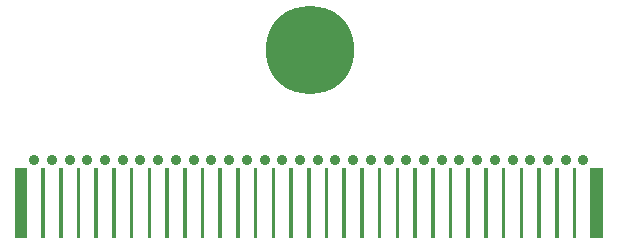
<source format=gbs>
%TF.GenerationSoftware,KiCad,Pcbnew,(5.99.0-1734-gfc9c75f9e)*%
%TF.CreationDate,2020-06-08T22:25:13+02:00*%
%TF.ProjectId,poldet32k-v2-autorouted,706f6c64-6574-4333-926b-2d76322d6175,rev?*%
%TF.SameCoordinates,Original*%
%TF.FileFunction,Soldermask,Bot*%
%TF.FilePolarity,Negative*%
%FSLAX46Y46*%
G04 Gerber Fmt 4.6, Leading zero omitted, Abs format (unit mm)*
G04 Created by KiCad (PCBNEW (5.99.0-1734-gfc9c75f9e)) date 2020-06-08 22:25:13*
%MOMM*%
%LPD*%
G01*
G04 APERTURE LIST*
%ADD10C,7.500000*%
%ADD11C,0.900000*%
G04 APERTURE END LIST*
%TO.C,J1*%
G36*
X170832000Y-97055000D02*
G01*
X170532000Y-97055000D01*
X170532000Y-91105000D01*
X170832000Y-91105000D01*
X170832000Y-97055000D01*
G37*
G36*
X169332000Y-97055000D02*
G01*
X169032000Y-97055000D01*
X169032000Y-91105000D01*
X169332000Y-91105000D01*
X169332000Y-97055000D01*
G37*
G36*
X167832000Y-97055000D02*
G01*
X167532000Y-97055000D01*
X167532000Y-91105000D01*
X167832000Y-91105000D01*
X167832000Y-97055000D01*
G37*
G36*
X166332000Y-97055000D02*
G01*
X166032000Y-97055000D01*
X166032000Y-91105000D01*
X166332000Y-91105000D01*
X166332000Y-97055000D01*
G37*
G36*
X164832000Y-97055000D02*
G01*
X164532000Y-97055000D01*
X164532000Y-91105000D01*
X164832000Y-91105000D01*
X164832000Y-97055000D01*
G37*
G36*
X163332000Y-97055000D02*
G01*
X163032000Y-97055000D01*
X163032000Y-91105000D01*
X163332000Y-91105000D01*
X163332000Y-97055000D01*
G37*
G36*
X161832000Y-97055000D02*
G01*
X161532000Y-97055000D01*
X161532000Y-91105000D01*
X161832000Y-91105000D01*
X161832000Y-97055000D01*
G37*
G36*
X160332000Y-97055000D02*
G01*
X160032000Y-97055000D01*
X160032000Y-91105000D01*
X160332000Y-91105000D01*
X160332000Y-97055000D01*
G37*
G36*
X158832000Y-97055000D02*
G01*
X158532000Y-97055000D01*
X158532000Y-91105000D01*
X158832000Y-91105000D01*
X158832000Y-97055000D01*
G37*
G36*
X157332000Y-97055000D02*
G01*
X157032000Y-97055000D01*
X157032000Y-91105000D01*
X157332000Y-91105000D01*
X157332000Y-97055000D01*
G37*
G36*
X155832000Y-97055000D02*
G01*
X155532000Y-97055000D01*
X155532000Y-91105000D01*
X155832000Y-91105000D01*
X155832000Y-97055000D01*
G37*
G36*
X154332000Y-97055000D02*
G01*
X154032000Y-97055000D01*
X154032000Y-91105000D01*
X154332000Y-91105000D01*
X154332000Y-97055000D01*
G37*
G36*
X152832000Y-97055000D02*
G01*
X152532000Y-97055000D01*
X152532000Y-91105000D01*
X152832000Y-91105000D01*
X152832000Y-97055000D01*
G37*
G36*
X151332000Y-97055000D02*
G01*
X151032000Y-97055000D01*
X151032000Y-91105000D01*
X151332000Y-91105000D01*
X151332000Y-97055000D01*
G37*
G36*
X149832000Y-97055000D02*
G01*
X149532000Y-97055000D01*
X149532000Y-91105000D01*
X149832000Y-91105000D01*
X149832000Y-97055000D01*
G37*
G36*
X148332000Y-97055000D02*
G01*
X148032000Y-97055000D01*
X148032000Y-91105000D01*
X148332000Y-91105000D01*
X148332000Y-97055000D01*
G37*
G36*
X146832000Y-97055000D02*
G01*
X146532000Y-97055000D01*
X146532000Y-91105000D01*
X146832000Y-91105000D01*
X146832000Y-97055000D01*
G37*
G36*
X145332000Y-97055000D02*
G01*
X145032000Y-97055000D01*
X145032000Y-91105000D01*
X145332000Y-91105000D01*
X145332000Y-97055000D01*
G37*
G36*
X143832000Y-97055000D02*
G01*
X143532000Y-97055000D01*
X143532000Y-91105000D01*
X143832000Y-91105000D01*
X143832000Y-97055000D01*
G37*
G36*
X142332000Y-97055000D02*
G01*
X142032000Y-97055000D01*
X142032000Y-91105000D01*
X142332000Y-91105000D01*
X142332000Y-97055000D01*
G37*
G36*
X140832000Y-97055000D02*
G01*
X140532000Y-97055000D01*
X140532000Y-91105000D01*
X140832000Y-91105000D01*
X140832000Y-97055000D01*
G37*
G36*
X139332000Y-97055000D02*
G01*
X139032000Y-97055000D01*
X139032000Y-91105000D01*
X139332000Y-91105000D01*
X139332000Y-97055000D01*
G37*
G36*
X137832000Y-97055000D02*
G01*
X137532000Y-97055000D01*
X137532000Y-91105000D01*
X137832000Y-91105000D01*
X137832000Y-97055000D01*
G37*
G36*
X136332000Y-97055000D02*
G01*
X136032000Y-97055000D01*
X136032000Y-91105000D01*
X136332000Y-91105000D01*
X136332000Y-97055000D01*
G37*
G36*
X134832000Y-97055000D02*
G01*
X134532000Y-97055000D01*
X134532000Y-91105000D01*
X134832000Y-91105000D01*
X134832000Y-97055000D01*
G37*
G36*
X133332000Y-97055000D02*
G01*
X133032000Y-97055000D01*
X133032000Y-91105000D01*
X133332000Y-91105000D01*
X133332000Y-97055000D01*
G37*
G36*
X131832000Y-97055000D02*
G01*
X131532000Y-97055000D01*
X131532000Y-91105000D01*
X131832000Y-91105000D01*
X131832000Y-97055000D01*
G37*
G36*
X130332000Y-97055000D02*
G01*
X130032000Y-97055000D01*
X130032000Y-91105000D01*
X130332000Y-91105000D01*
X130332000Y-97055000D01*
G37*
G36*
X128832000Y-97055000D02*
G01*
X128532000Y-97055000D01*
X128532000Y-91105000D01*
X128832000Y-91105000D01*
X128832000Y-97055000D01*
G37*
G36*
X127332000Y-97055000D02*
G01*
X127032000Y-97055000D01*
X127032000Y-91105000D01*
X127332000Y-91105000D01*
X127332000Y-97055000D01*
G37*
G36*
X125832000Y-97055000D02*
G01*
X125532000Y-97055000D01*
X125532000Y-91105000D01*
X125832000Y-91105000D01*
X125832000Y-97055000D01*
G37*
G36*
X124332000Y-97055000D02*
G01*
X123282000Y-97055000D01*
X123282000Y-91105000D01*
X124332000Y-91105000D01*
X124332000Y-97055000D01*
G37*
G36*
X173082000Y-97055000D02*
G01*
X172032000Y-97055000D01*
X172032000Y-91105000D01*
X173082000Y-91105000D01*
X173082000Y-97055000D01*
G37*
%TD*%
D10*
%TO.C,@HOLE0*%
X148243000Y-81118800D03*
%TD*%
D11*
%TO.C,J1*%
X169932000Y-90405000D03*
X168432000Y-90405000D03*
X166932000Y-90405000D03*
X165432000Y-90405000D03*
X163932000Y-90405000D03*
X162432000Y-90405000D03*
X160932000Y-90405000D03*
X159432000Y-90405000D03*
X157932000Y-90405000D03*
X156432000Y-90405000D03*
X154932000Y-90405000D03*
X153432000Y-90405000D03*
X151932000Y-90405000D03*
X150432000Y-90405000D03*
X148932000Y-90405000D03*
X147432000Y-90405000D03*
X145932000Y-90405000D03*
X144432000Y-90405000D03*
X142932000Y-90405000D03*
X141432000Y-90405000D03*
X139932000Y-90405000D03*
X138432000Y-90405000D03*
X136932000Y-90405000D03*
X135432000Y-90405000D03*
X133932000Y-90405000D03*
X132432000Y-90405000D03*
X130932000Y-90405000D03*
X129432000Y-90405000D03*
X127932000Y-90405000D03*
X171432000Y-90405000D03*
X124932000Y-90405000D03*
X126432000Y-90405000D03*
%TD*%
M02*

</source>
